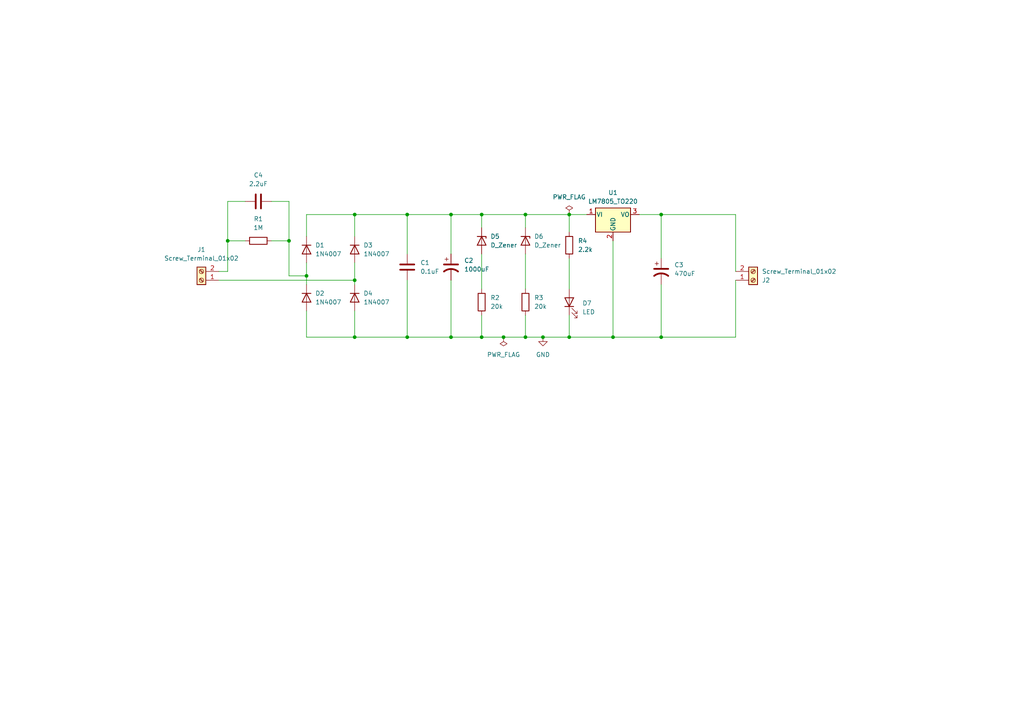
<source format=kicad_sch>
(kicad_sch
	(version 20250114)
	(generator "eeschema")
	(generator_version "9.0")
	(uuid "48ce4df6-2367-49d1-a7fc-a88964b6ff65")
	(paper "A4")
	(title_block
		(title "Transformerless power supply")
		(date "2025-09-21")
	)
	(lib_symbols
		(symbol "Connector:Screw_Terminal_01x02"
			(pin_names
				(offset 1.016)
				(hide yes)
			)
			(exclude_from_sim no)
			(in_bom yes)
			(on_board yes)
			(property "Reference" "J"
				(at 0 2.54 0)
				(effects
					(font
						(size 1.27 1.27)
					)
				)
			)
			(property "Value" "Screw_Terminal_01x02"
				(at 0 -5.08 0)
				(effects
					(font
						(size 1.27 1.27)
					)
				)
			)
			(property "Footprint" ""
				(at 0 0 0)
				(effects
					(font
						(size 1.27 1.27)
					)
					(hide yes)
				)
			)
			(property "Datasheet" "~"
				(at 0 0 0)
				(effects
					(font
						(size 1.27 1.27)
					)
					(hide yes)
				)
			)
			(property "Description" "Generic screw terminal, single row, 01x02, script generated (kicad-library-utils/schlib/autogen/connector/)"
				(at 0 0 0)
				(effects
					(font
						(size 1.27 1.27)
					)
					(hide yes)
				)
			)
			(property "ki_keywords" "screw terminal"
				(at 0 0 0)
				(effects
					(font
						(size 1.27 1.27)
					)
					(hide yes)
				)
			)
			(property "ki_fp_filters" "TerminalBlock*:*"
				(at 0 0 0)
				(effects
					(font
						(size 1.27 1.27)
					)
					(hide yes)
				)
			)
			(symbol "Screw_Terminal_01x02_1_1"
				(rectangle
					(start -1.27 1.27)
					(end 1.27 -3.81)
					(stroke
						(width 0.254)
						(type default)
					)
					(fill
						(type background)
					)
				)
				(polyline
					(pts
						(xy -0.5334 0.3302) (xy 0.3302 -0.508)
					)
					(stroke
						(width 0.1524)
						(type default)
					)
					(fill
						(type none)
					)
				)
				(polyline
					(pts
						(xy -0.5334 -2.2098) (xy 0.3302 -3.048)
					)
					(stroke
						(width 0.1524)
						(type default)
					)
					(fill
						(type none)
					)
				)
				(polyline
					(pts
						(xy -0.3556 0.508) (xy 0.508 -0.3302)
					)
					(stroke
						(width 0.1524)
						(type default)
					)
					(fill
						(type none)
					)
				)
				(polyline
					(pts
						(xy -0.3556 -2.032) (xy 0.508 -2.8702)
					)
					(stroke
						(width 0.1524)
						(type default)
					)
					(fill
						(type none)
					)
				)
				(circle
					(center 0 0)
					(radius 0.635)
					(stroke
						(width 0.1524)
						(type default)
					)
					(fill
						(type none)
					)
				)
				(circle
					(center 0 -2.54)
					(radius 0.635)
					(stroke
						(width 0.1524)
						(type default)
					)
					(fill
						(type none)
					)
				)
				(pin passive line
					(at -5.08 0 0)
					(length 3.81)
					(name "Pin_1"
						(effects
							(font
								(size 1.27 1.27)
							)
						)
					)
					(number "1"
						(effects
							(font
								(size 1.27 1.27)
							)
						)
					)
				)
				(pin passive line
					(at -5.08 -2.54 0)
					(length 3.81)
					(name "Pin_2"
						(effects
							(font
								(size 1.27 1.27)
							)
						)
					)
					(number "2"
						(effects
							(font
								(size 1.27 1.27)
							)
						)
					)
				)
			)
			(embedded_fonts no)
		)
		(symbol "Device:C"
			(pin_numbers
				(hide yes)
			)
			(pin_names
				(offset 0.254)
			)
			(exclude_from_sim no)
			(in_bom yes)
			(on_board yes)
			(property "Reference" "C"
				(at 0.635 2.54 0)
				(effects
					(font
						(size 1.27 1.27)
					)
					(justify left)
				)
			)
			(property "Value" "C"
				(at 0.635 -2.54 0)
				(effects
					(font
						(size 1.27 1.27)
					)
					(justify left)
				)
			)
			(property "Footprint" ""
				(at 0.9652 -3.81 0)
				(effects
					(font
						(size 1.27 1.27)
					)
					(hide yes)
				)
			)
			(property "Datasheet" "~"
				(at 0 0 0)
				(effects
					(font
						(size 1.27 1.27)
					)
					(hide yes)
				)
			)
			(property "Description" "Unpolarized capacitor"
				(at 0 0 0)
				(effects
					(font
						(size 1.27 1.27)
					)
					(hide yes)
				)
			)
			(property "ki_keywords" "cap capacitor"
				(at 0 0 0)
				(effects
					(font
						(size 1.27 1.27)
					)
					(hide yes)
				)
			)
			(property "ki_fp_filters" "C_*"
				(at 0 0 0)
				(effects
					(font
						(size 1.27 1.27)
					)
					(hide yes)
				)
			)
			(symbol "C_0_1"
				(polyline
					(pts
						(xy -2.032 0.762) (xy 2.032 0.762)
					)
					(stroke
						(width 0.508)
						(type default)
					)
					(fill
						(type none)
					)
				)
				(polyline
					(pts
						(xy -2.032 -0.762) (xy 2.032 -0.762)
					)
					(stroke
						(width 0.508)
						(type default)
					)
					(fill
						(type none)
					)
				)
			)
			(symbol "C_1_1"
				(pin passive line
					(at 0 3.81 270)
					(length 2.794)
					(name "~"
						(effects
							(font
								(size 1.27 1.27)
							)
						)
					)
					(number "1"
						(effects
							(font
								(size 1.27 1.27)
							)
						)
					)
				)
				(pin passive line
					(at 0 -3.81 90)
					(length 2.794)
					(name "~"
						(effects
							(font
								(size 1.27 1.27)
							)
						)
					)
					(number "2"
						(effects
							(font
								(size 1.27 1.27)
							)
						)
					)
				)
			)
			(embedded_fonts no)
		)
		(symbol "Device:C_Polarized_US"
			(pin_numbers
				(hide yes)
			)
			(pin_names
				(offset 0.254)
				(hide yes)
			)
			(exclude_from_sim no)
			(in_bom yes)
			(on_board yes)
			(property "Reference" "C"
				(at 0.635 2.54 0)
				(effects
					(font
						(size 1.27 1.27)
					)
					(justify left)
				)
			)
			(property "Value" "C_Polarized_US"
				(at 0.635 -2.54 0)
				(effects
					(font
						(size 1.27 1.27)
					)
					(justify left)
				)
			)
			(property "Footprint" ""
				(at 0 0 0)
				(effects
					(font
						(size 1.27 1.27)
					)
					(hide yes)
				)
			)
			(property "Datasheet" "~"
				(at 0 0 0)
				(effects
					(font
						(size 1.27 1.27)
					)
					(hide yes)
				)
			)
			(property "Description" "Polarized capacitor, US symbol"
				(at 0 0 0)
				(effects
					(font
						(size 1.27 1.27)
					)
					(hide yes)
				)
			)
			(property "ki_keywords" "cap capacitor"
				(at 0 0 0)
				(effects
					(font
						(size 1.27 1.27)
					)
					(hide yes)
				)
			)
			(property "ki_fp_filters" "CP_*"
				(at 0 0 0)
				(effects
					(font
						(size 1.27 1.27)
					)
					(hide yes)
				)
			)
			(symbol "C_Polarized_US_0_1"
				(polyline
					(pts
						(xy -2.032 0.762) (xy 2.032 0.762)
					)
					(stroke
						(width 0.508)
						(type default)
					)
					(fill
						(type none)
					)
				)
				(polyline
					(pts
						(xy -1.778 2.286) (xy -0.762 2.286)
					)
					(stroke
						(width 0)
						(type default)
					)
					(fill
						(type none)
					)
				)
				(polyline
					(pts
						(xy -1.27 1.778) (xy -1.27 2.794)
					)
					(stroke
						(width 0)
						(type default)
					)
					(fill
						(type none)
					)
				)
				(arc
					(start -2.032 -1.27)
					(mid 0 -0.5572)
					(end 2.032 -1.27)
					(stroke
						(width 0.508)
						(type default)
					)
					(fill
						(type none)
					)
				)
			)
			(symbol "C_Polarized_US_1_1"
				(pin passive line
					(at 0 3.81 270)
					(length 2.794)
					(name "~"
						(effects
							(font
								(size 1.27 1.27)
							)
						)
					)
					(number "1"
						(effects
							(font
								(size 1.27 1.27)
							)
						)
					)
				)
				(pin passive line
					(at 0 -3.81 90)
					(length 3.302)
					(name "~"
						(effects
							(font
								(size 1.27 1.27)
							)
						)
					)
					(number "2"
						(effects
							(font
								(size 1.27 1.27)
							)
						)
					)
				)
			)
			(embedded_fonts no)
		)
		(symbol "Device:D_Zener"
			(pin_numbers
				(hide yes)
			)
			(pin_names
				(offset 1.016)
				(hide yes)
			)
			(exclude_from_sim no)
			(in_bom yes)
			(on_board yes)
			(property "Reference" "D"
				(at 0 2.54 0)
				(effects
					(font
						(size 1.27 1.27)
					)
				)
			)
			(property "Value" "D_Zener"
				(at 0 -2.54 0)
				(effects
					(font
						(size 1.27 1.27)
					)
				)
			)
			(property "Footprint" ""
				(at 0 0 0)
				(effects
					(font
						(size 1.27 1.27)
					)
					(hide yes)
				)
			)
			(property "Datasheet" "~"
				(at 0 0 0)
				(effects
					(font
						(size 1.27 1.27)
					)
					(hide yes)
				)
			)
			(property "Description" "Zener diode"
				(at 0 0 0)
				(effects
					(font
						(size 1.27 1.27)
					)
					(hide yes)
				)
			)
			(property "ki_keywords" "diode"
				(at 0 0 0)
				(effects
					(font
						(size 1.27 1.27)
					)
					(hide yes)
				)
			)
			(property "ki_fp_filters" "TO-???* *_Diode_* *SingleDiode* D_*"
				(at 0 0 0)
				(effects
					(font
						(size 1.27 1.27)
					)
					(hide yes)
				)
			)
			(symbol "D_Zener_0_1"
				(polyline
					(pts
						(xy -1.27 -1.27) (xy -1.27 1.27) (xy -0.762 1.27)
					)
					(stroke
						(width 0.254)
						(type default)
					)
					(fill
						(type none)
					)
				)
				(polyline
					(pts
						(xy 1.27 0) (xy -1.27 0)
					)
					(stroke
						(width 0)
						(type default)
					)
					(fill
						(type none)
					)
				)
				(polyline
					(pts
						(xy 1.27 -1.27) (xy 1.27 1.27) (xy -1.27 0) (xy 1.27 -1.27)
					)
					(stroke
						(width 0.254)
						(type default)
					)
					(fill
						(type none)
					)
				)
			)
			(symbol "D_Zener_1_1"
				(pin passive line
					(at -3.81 0 0)
					(length 2.54)
					(name "K"
						(effects
							(font
								(size 1.27 1.27)
							)
						)
					)
					(number "1"
						(effects
							(font
								(size 1.27 1.27)
							)
						)
					)
				)
				(pin passive line
					(at 3.81 0 180)
					(length 2.54)
					(name "A"
						(effects
							(font
								(size 1.27 1.27)
							)
						)
					)
					(number "2"
						(effects
							(font
								(size 1.27 1.27)
							)
						)
					)
				)
			)
			(embedded_fonts no)
		)
		(symbol "Device:LED"
			(pin_numbers
				(hide yes)
			)
			(pin_names
				(offset 1.016)
				(hide yes)
			)
			(exclude_from_sim no)
			(in_bom yes)
			(on_board yes)
			(property "Reference" "D"
				(at 0 2.54 0)
				(effects
					(font
						(size 1.27 1.27)
					)
				)
			)
			(property "Value" "LED"
				(at 0 -2.54 0)
				(effects
					(font
						(size 1.27 1.27)
					)
				)
			)
			(property "Footprint" ""
				(at 0 0 0)
				(effects
					(font
						(size 1.27 1.27)
					)
					(hide yes)
				)
			)
			(property "Datasheet" "~"
				(at 0 0 0)
				(effects
					(font
						(size 1.27 1.27)
					)
					(hide yes)
				)
			)
			(property "Description" "Light emitting diode"
				(at 0 0 0)
				(effects
					(font
						(size 1.27 1.27)
					)
					(hide yes)
				)
			)
			(property "Sim.Pins" "1=K 2=A"
				(at 0 0 0)
				(effects
					(font
						(size 1.27 1.27)
					)
					(hide yes)
				)
			)
			(property "ki_keywords" "LED diode"
				(at 0 0 0)
				(effects
					(font
						(size 1.27 1.27)
					)
					(hide yes)
				)
			)
			(property "ki_fp_filters" "LED* LED_SMD:* LED_THT:*"
				(at 0 0 0)
				(effects
					(font
						(size 1.27 1.27)
					)
					(hide yes)
				)
			)
			(symbol "LED_0_1"
				(polyline
					(pts
						(xy -3.048 -0.762) (xy -4.572 -2.286) (xy -3.81 -2.286) (xy -4.572 -2.286) (xy -4.572 -1.524)
					)
					(stroke
						(width 0)
						(type default)
					)
					(fill
						(type none)
					)
				)
				(polyline
					(pts
						(xy -1.778 -0.762) (xy -3.302 -2.286) (xy -2.54 -2.286) (xy -3.302 -2.286) (xy -3.302 -1.524)
					)
					(stroke
						(width 0)
						(type default)
					)
					(fill
						(type none)
					)
				)
				(polyline
					(pts
						(xy -1.27 0) (xy 1.27 0)
					)
					(stroke
						(width 0)
						(type default)
					)
					(fill
						(type none)
					)
				)
				(polyline
					(pts
						(xy -1.27 -1.27) (xy -1.27 1.27)
					)
					(stroke
						(width 0.254)
						(type default)
					)
					(fill
						(type none)
					)
				)
				(polyline
					(pts
						(xy 1.27 -1.27) (xy 1.27 1.27) (xy -1.27 0) (xy 1.27 -1.27)
					)
					(stroke
						(width 0.254)
						(type default)
					)
					(fill
						(type none)
					)
				)
			)
			(symbol "LED_1_1"
				(pin passive line
					(at -3.81 0 0)
					(length 2.54)
					(name "K"
						(effects
							(font
								(size 1.27 1.27)
							)
						)
					)
					(number "1"
						(effects
							(font
								(size 1.27 1.27)
							)
						)
					)
				)
				(pin passive line
					(at 3.81 0 180)
					(length 2.54)
					(name "A"
						(effects
							(font
								(size 1.27 1.27)
							)
						)
					)
					(number "2"
						(effects
							(font
								(size 1.27 1.27)
							)
						)
					)
				)
			)
			(embedded_fonts no)
		)
		(symbol "Device:R"
			(pin_numbers
				(hide yes)
			)
			(pin_names
				(offset 0)
			)
			(exclude_from_sim no)
			(in_bom yes)
			(on_board yes)
			(property "Reference" "R"
				(at 2.032 0 90)
				(effects
					(font
						(size 1.27 1.27)
					)
				)
			)
			(property "Value" "R"
				(at 0 0 90)
				(effects
					(font
						(size 1.27 1.27)
					)
				)
			)
			(property "Footprint" ""
				(at -1.778 0 90)
				(effects
					(font
						(size 1.27 1.27)
					)
					(hide yes)
				)
			)
			(property "Datasheet" "~"
				(at 0 0 0)
				(effects
					(font
						(size 1.27 1.27)
					)
					(hide yes)
				)
			)
			(property "Description" "Resistor"
				(at 0 0 0)
				(effects
					(font
						(size 1.27 1.27)
					)
					(hide yes)
				)
			)
			(property "ki_keywords" "R res resistor"
				(at 0 0 0)
				(effects
					(font
						(size 1.27 1.27)
					)
					(hide yes)
				)
			)
			(property "ki_fp_filters" "R_*"
				(at 0 0 0)
				(effects
					(font
						(size 1.27 1.27)
					)
					(hide yes)
				)
			)
			(symbol "R_0_1"
				(rectangle
					(start -1.016 -2.54)
					(end 1.016 2.54)
					(stroke
						(width 0.254)
						(type default)
					)
					(fill
						(type none)
					)
				)
			)
			(symbol "R_1_1"
				(pin passive line
					(at 0 3.81 270)
					(length 1.27)
					(name "~"
						(effects
							(font
								(size 1.27 1.27)
							)
						)
					)
					(number "1"
						(effects
							(font
								(size 1.27 1.27)
							)
						)
					)
				)
				(pin passive line
					(at 0 -3.81 90)
					(length 1.27)
					(name "~"
						(effects
							(font
								(size 1.27 1.27)
							)
						)
					)
					(number "2"
						(effects
							(font
								(size 1.27 1.27)
							)
						)
					)
				)
			)
			(embedded_fonts no)
		)
		(symbol "Diode:1N4007"
			(pin_numbers
				(hide yes)
			)
			(pin_names
				(hide yes)
			)
			(exclude_from_sim no)
			(in_bom yes)
			(on_board yes)
			(property "Reference" "D"
				(at 0 2.54 0)
				(effects
					(font
						(size 1.27 1.27)
					)
				)
			)
			(property "Value" "1N4007"
				(at 0 -2.54 0)
				(effects
					(font
						(size 1.27 1.27)
					)
				)
			)
			(property "Footprint" "Diode_THT:D_DO-41_SOD81_P10.16mm_Horizontal"
				(at 0 -4.445 0)
				(effects
					(font
						(size 1.27 1.27)
					)
					(hide yes)
				)
			)
			(property "Datasheet" "http://www.vishay.com/docs/88503/1n4001.pdf"
				(at 0 0 0)
				(effects
					(font
						(size 1.27 1.27)
					)
					(hide yes)
				)
			)
			(property "Description" "1000V 1A General Purpose Rectifier Diode, DO-41"
				(at 0 0 0)
				(effects
					(font
						(size 1.27 1.27)
					)
					(hide yes)
				)
			)
			(property "Sim.Device" "D"
				(at 0 0 0)
				(effects
					(font
						(size 1.27 1.27)
					)
					(hide yes)
				)
			)
			(property "Sim.Pins" "1=K 2=A"
				(at 0 0 0)
				(effects
					(font
						(size 1.27 1.27)
					)
					(hide yes)
				)
			)
			(property "ki_keywords" "diode"
				(at 0 0 0)
				(effects
					(font
						(size 1.27 1.27)
					)
					(hide yes)
				)
			)
			(property "ki_fp_filters" "D*DO?41*"
				(at 0 0 0)
				(effects
					(font
						(size 1.27 1.27)
					)
					(hide yes)
				)
			)
			(symbol "1N4007_0_1"
				(polyline
					(pts
						(xy -1.27 1.27) (xy -1.27 -1.27)
					)
					(stroke
						(width 0.254)
						(type default)
					)
					(fill
						(type none)
					)
				)
				(polyline
					(pts
						(xy 1.27 1.27) (xy 1.27 -1.27) (xy -1.27 0) (xy 1.27 1.27)
					)
					(stroke
						(width 0.254)
						(type default)
					)
					(fill
						(type none)
					)
				)
				(polyline
					(pts
						(xy 1.27 0) (xy -1.27 0)
					)
					(stroke
						(width 0)
						(type default)
					)
					(fill
						(type none)
					)
				)
			)
			(symbol "1N4007_1_1"
				(pin passive line
					(at -3.81 0 0)
					(length 2.54)
					(name "K"
						(effects
							(font
								(size 1.27 1.27)
							)
						)
					)
					(number "1"
						(effects
							(font
								(size 1.27 1.27)
							)
						)
					)
				)
				(pin passive line
					(at 3.81 0 180)
					(length 2.54)
					(name "A"
						(effects
							(font
								(size 1.27 1.27)
							)
						)
					)
					(number "2"
						(effects
							(font
								(size 1.27 1.27)
							)
						)
					)
				)
			)
			(embedded_fonts no)
		)
		(symbol "Regulator_Linear:LM7805_TO220"
			(pin_names
				(offset 0.254)
			)
			(exclude_from_sim no)
			(in_bom yes)
			(on_board yes)
			(property "Reference" "U"
				(at -3.81 3.175 0)
				(effects
					(font
						(size 1.27 1.27)
					)
				)
			)
			(property "Value" "LM7805_TO220"
				(at 0 3.175 0)
				(effects
					(font
						(size 1.27 1.27)
					)
					(justify left)
				)
			)
			(property "Footprint" "Package_TO_SOT_THT:TO-220-3_Vertical"
				(at 0 5.715 0)
				(effects
					(font
						(size 1.27 1.27)
						(italic yes)
					)
					(hide yes)
				)
			)
			(property "Datasheet" "https://www.onsemi.cn/PowerSolutions/document/MC7800-D.PDF"
				(at 0 -1.27 0)
				(effects
					(font
						(size 1.27 1.27)
					)
					(hide yes)
				)
			)
			(property "Description" "Positive 1A 35V Linear Regulator, Fixed Output 5V, TO-220"
				(at 0 0 0)
				(effects
					(font
						(size 1.27 1.27)
					)
					(hide yes)
				)
			)
			(property "ki_keywords" "Voltage Regulator 1A Positive"
				(at 0 0 0)
				(effects
					(font
						(size 1.27 1.27)
					)
					(hide yes)
				)
			)
			(property "ki_fp_filters" "TO?220*"
				(at 0 0 0)
				(effects
					(font
						(size 1.27 1.27)
					)
					(hide yes)
				)
			)
			(symbol "LM7805_TO220_0_1"
				(rectangle
					(start -5.08 1.905)
					(end 5.08 -5.08)
					(stroke
						(width 0.254)
						(type default)
					)
					(fill
						(type background)
					)
				)
			)
			(symbol "LM7805_TO220_1_1"
				(pin power_in line
					(at -7.62 0 0)
					(length 2.54)
					(name "VI"
						(effects
							(font
								(size 1.27 1.27)
							)
						)
					)
					(number "1"
						(effects
							(font
								(size 1.27 1.27)
							)
						)
					)
				)
				(pin power_in line
					(at 0 -7.62 90)
					(length 2.54)
					(name "GND"
						(effects
							(font
								(size 1.27 1.27)
							)
						)
					)
					(number "2"
						(effects
							(font
								(size 1.27 1.27)
							)
						)
					)
				)
				(pin power_out line
					(at 7.62 0 180)
					(length 2.54)
					(name "VO"
						(effects
							(font
								(size 1.27 1.27)
							)
						)
					)
					(number "3"
						(effects
							(font
								(size 1.27 1.27)
							)
						)
					)
				)
			)
			(embedded_fonts no)
		)
		(symbol "power:GND"
			(power)
			(pin_numbers
				(hide yes)
			)
			(pin_names
				(offset 0)
				(hide yes)
			)
			(exclude_from_sim no)
			(in_bom yes)
			(on_board yes)
			(property "Reference" "#PWR"
				(at 0 -6.35 0)
				(effects
					(font
						(size 1.27 1.27)
					)
					(hide yes)
				)
			)
			(property "Value" "GND"
				(at 0 -3.81 0)
				(effects
					(font
						(size 1.27 1.27)
					)
				)
			)
			(property "Footprint" ""
				(at 0 0 0)
				(effects
					(font
						(size 1.27 1.27)
					)
					(hide yes)
				)
			)
			(property "Datasheet" ""
				(at 0 0 0)
				(effects
					(font
						(size 1.27 1.27)
					)
					(hide yes)
				)
			)
			(property "Description" "Power symbol creates a global label with name \"GND\" , ground"
				(at 0 0 0)
				(effects
					(font
						(size 1.27 1.27)
					)
					(hide yes)
				)
			)
			(property "ki_keywords" "global power"
				(at 0 0 0)
				(effects
					(font
						(size 1.27 1.27)
					)
					(hide yes)
				)
			)
			(symbol "GND_0_1"
				(polyline
					(pts
						(xy 0 0) (xy 0 -1.27) (xy 1.27 -1.27) (xy 0 -2.54) (xy -1.27 -1.27) (xy 0 -1.27)
					)
					(stroke
						(width 0)
						(type default)
					)
					(fill
						(type none)
					)
				)
			)
			(symbol "GND_1_1"
				(pin power_in line
					(at 0 0 270)
					(length 0)
					(name "~"
						(effects
							(font
								(size 1.27 1.27)
							)
						)
					)
					(number "1"
						(effects
							(font
								(size 1.27 1.27)
							)
						)
					)
				)
			)
			(embedded_fonts no)
		)
		(symbol "power:PWR_FLAG"
			(power)
			(pin_numbers
				(hide yes)
			)
			(pin_names
				(offset 0)
				(hide yes)
			)
			(exclude_from_sim no)
			(in_bom yes)
			(on_board yes)
			(property "Reference" "#FLG"
				(at 0 1.905 0)
				(effects
					(font
						(size 1.27 1.27)
					)
					(hide yes)
				)
			)
			(property "Value" "PWR_FLAG"
				(at 0 3.81 0)
				(effects
					(font
						(size 1.27 1.27)
					)
				)
			)
			(property "Footprint" ""
				(at 0 0 0)
				(effects
					(font
						(size 1.27 1.27)
					)
					(hide yes)
				)
			)
			(property "Datasheet" "~"
				(at 0 0 0)
				(effects
					(font
						(size 1.27 1.27)
					)
					(hide yes)
				)
			)
			(property "Description" "Special symbol for telling ERC where power comes from"
				(at 0 0 0)
				(effects
					(font
						(size 1.27 1.27)
					)
					(hide yes)
				)
			)
			(property "ki_keywords" "flag power"
				(at 0 0 0)
				(effects
					(font
						(size 1.27 1.27)
					)
					(hide yes)
				)
			)
			(symbol "PWR_FLAG_0_0"
				(pin power_out line
					(at 0 0 90)
					(length 0)
					(name "~"
						(effects
							(font
								(size 1.27 1.27)
							)
						)
					)
					(number "1"
						(effects
							(font
								(size 1.27 1.27)
							)
						)
					)
				)
			)
			(symbol "PWR_FLAG_0_1"
				(polyline
					(pts
						(xy 0 0) (xy 0 1.27) (xy -1.016 1.905) (xy 0 2.54) (xy 1.016 1.905) (xy 0 1.27)
					)
					(stroke
						(width 0)
						(type default)
					)
					(fill
						(type none)
					)
				)
			)
			(embedded_fonts no)
		)
	)
	(junction
		(at 177.8 97.79)
		(diameter 0)
		(color 0 0 0 0)
		(uuid "03b9c88a-125b-494a-b5c2-7407ce629f17")
	)
	(junction
		(at 118.11 62.23)
		(diameter 0)
		(color 0 0 0 0)
		(uuid "0f7ae86b-932a-43ed-b8bd-1e5fc90ee640")
	)
	(junction
		(at 191.77 97.79)
		(diameter 0)
		(color 0 0 0 0)
		(uuid "1c30868a-ad44-4786-9732-851d0def5424")
	)
	(junction
		(at 118.11 97.79)
		(diameter 0)
		(color 0 0 0 0)
		(uuid "1df78a32-32eb-40b9-9985-3d5c8c239a1c")
	)
	(junction
		(at 102.87 97.79)
		(diameter 0)
		(color 0 0 0 0)
		(uuid "3204b5ef-7b1c-4500-8ce1-1c3de6bb2b8a")
	)
	(junction
		(at 83.82 69.85)
		(diameter 0)
		(color 0 0 0 0)
		(uuid "48b35d21-89a2-469d-9bb5-ca3f4552f6fe")
	)
	(junction
		(at 165.1 62.23)
		(diameter 0)
		(color 0 0 0 0)
		(uuid "4c2100d9-2360-4b59-b853-6a1beaf21ce3")
	)
	(junction
		(at 152.4 97.79)
		(diameter 0)
		(color 0 0 0 0)
		(uuid "60e56e67-587f-4819-b690-42c7fb169030")
	)
	(junction
		(at 130.81 97.79)
		(diameter 0)
		(color 0 0 0 0)
		(uuid "7abc0959-2c28-45c5-81d7-1790668c2ef3")
	)
	(junction
		(at 157.48 97.79)
		(diameter 0)
		(color 0 0 0 0)
		(uuid "85ce4fce-3292-4522-a555-8404b0715a43")
	)
	(junction
		(at 165.1 97.79)
		(diameter 0)
		(color 0 0 0 0)
		(uuid "ad946d2d-e06c-43d2-bb6d-6bf6d632559d")
	)
	(junction
		(at 130.81 62.23)
		(diameter 0)
		(color 0 0 0 0)
		(uuid "bcc98a52-47f6-43e9-b3cc-d76849558da4")
	)
	(junction
		(at 146.05 97.79)
		(diameter 0)
		(color 0 0 0 0)
		(uuid "be2826bc-df9a-4b48-83a2-cd86a89ba397")
	)
	(junction
		(at 139.7 97.79)
		(diameter 0)
		(color 0 0 0 0)
		(uuid "c0e54ec1-d878-444b-8747-6b4a349ad307")
	)
	(junction
		(at 191.77 62.23)
		(diameter 0)
		(color 0 0 0 0)
		(uuid "d2b3412f-2093-4e5e-a770-46301590fa07")
	)
	(junction
		(at 152.4 62.23)
		(diameter 0)
		(color 0 0 0 0)
		(uuid "d8fda956-4959-4068-97aa-4df5196467a1")
	)
	(junction
		(at 66.04 69.85)
		(diameter 0)
		(color 0 0 0 0)
		(uuid "e36d9758-c9b9-41e7-bb19-c33ae98d7ff0")
	)
	(junction
		(at 139.7 62.23)
		(diameter 0)
		(color 0 0 0 0)
		(uuid "ec8185b2-5372-423c-ab9a-0cc39f0576a1")
	)
	(junction
		(at 102.87 62.23)
		(diameter 0)
		(color 0 0 0 0)
		(uuid "ecbfbc55-e8a8-43d1-aa3c-43c77c6fb1c6")
	)
	(junction
		(at 88.9 80.01)
		(diameter 0)
		(color 0 0 0 0)
		(uuid "f98199a0-8bd5-4577-bdd7-c6bd3c3d83e7")
	)
	(junction
		(at 102.87 81.28)
		(diameter 0)
		(color 0 0 0 0)
		(uuid "fa4eef84-3995-49ab-82f1-32c582a48946")
	)
	(wire
		(pts
			(xy 165.1 91.44) (xy 165.1 97.79)
		)
		(stroke
			(width 0)
			(type default)
		)
		(uuid "00cc9288-fcac-4906-a638-7eee7a110983")
	)
	(wire
		(pts
			(xy 102.87 62.23) (xy 102.87 68.58)
		)
		(stroke
			(width 0)
			(type default)
		)
		(uuid "068a5137-2c6b-4f17-897c-4e9d28d18d7f")
	)
	(wire
		(pts
			(xy 118.11 73.66) (xy 118.11 62.23)
		)
		(stroke
			(width 0)
			(type default)
		)
		(uuid "077d228e-2e8d-4ae2-9d34-f14a9a908668")
	)
	(wire
		(pts
			(xy 146.05 97.79) (xy 139.7 97.79)
		)
		(stroke
			(width 0)
			(type default)
		)
		(uuid "07eca547-a93f-4a27-ab2d-508ff02a8d3f")
	)
	(wire
		(pts
			(xy 139.7 73.66) (xy 139.7 83.82)
		)
		(stroke
			(width 0)
			(type default)
		)
		(uuid "0fdbf5c5-2569-4caf-b184-0235efefebb8")
	)
	(wire
		(pts
			(xy 88.9 76.2) (xy 88.9 80.01)
		)
		(stroke
			(width 0)
			(type default)
		)
		(uuid "1f1b1e4d-06fe-435e-a03a-1a010b09bbb3")
	)
	(wire
		(pts
			(xy 165.1 74.93) (xy 165.1 83.82)
		)
		(stroke
			(width 0)
			(type default)
		)
		(uuid "2021fd75-7905-4812-907c-86f8284c6f9f")
	)
	(wire
		(pts
			(xy 152.4 66.04) (xy 152.4 62.23)
		)
		(stroke
			(width 0)
			(type default)
		)
		(uuid "24a9f8d8-e35a-42d2-a921-17c8cc8ba17a")
	)
	(wire
		(pts
			(xy 139.7 62.23) (xy 139.7 66.04)
		)
		(stroke
			(width 0)
			(type default)
		)
		(uuid "2dd5e8f0-6781-46e2-867d-fbaca1904a35")
	)
	(wire
		(pts
			(xy 118.11 97.79) (xy 102.87 97.79)
		)
		(stroke
			(width 0)
			(type default)
		)
		(uuid "33cbe2b2-a3bf-4085-a528-6f68debf770a")
	)
	(wire
		(pts
			(xy 66.04 78.74) (xy 66.04 69.85)
		)
		(stroke
			(width 0)
			(type default)
		)
		(uuid "361af052-1329-4fa8-9caf-789130aa7c30")
	)
	(wire
		(pts
			(xy 118.11 97.79) (xy 130.81 97.79)
		)
		(stroke
			(width 0)
			(type default)
		)
		(uuid "3a466d42-c2f0-4349-9e36-54542b29643b")
	)
	(wire
		(pts
			(xy 102.87 90.17) (xy 102.87 97.79)
		)
		(stroke
			(width 0)
			(type default)
		)
		(uuid "3b24a9ea-a9b8-4f89-bc80-acbfe3bd0125")
	)
	(wire
		(pts
			(xy 88.9 68.58) (xy 88.9 62.23)
		)
		(stroke
			(width 0)
			(type default)
		)
		(uuid "3f60aeb9-5fc1-44d7-a5b9-316b34a9ff5c")
	)
	(wire
		(pts
			(xy 191.77 74.93) (xy 191.77 62.23)
		)
		(stroke
			(width 0)
			(type default)
		)
		(uuid "424374aa-239a-42fc-8045-c554bd864cdb")
	)
	(wire
		(pts
			(xy 102.87 76.2) (xy 102.87 81.28)
		)
		(stroke
			(width 0)
			(type default)
		)
		(uuid "43df2949-b1d5-4081-974d-cc61ec3c904f")
	)
	(wire
		(pts
			(xy 118.11 62.23) (xy 130.81 62.23)
		)
		(stroke
			(width 0)
			(type default)
		)
		(uuid "4555127f-227c-40da-956b-92c4a8d8ad72")
	)
	(wire
		(pts
			(xy 83.82 69.85) (xy 83.82 58.42)
		)
		(stroke
			(width 0)
			(type default)
		)
		(uuid "489f81eb-28b5-4c61-ac72-e459867b1c1c")
	)
	(wire
		(pts
			(xy 191.77 82.55) (xy 191.77 97.79)
		)
		(stroke
			(width 0)
			(type default)
		)
		(uuid "4b94ef43-2a2e-47d0-bbc0-83c985c7ad9c")
	)
	(wire
		(pts
			(xy 157.48 97.79) (xy 165.1 97.79)
		)
		(stroke
			(width 0)
			(type default)
		)
		(uuid "50a1910d-cf3c-42c6-a59c-f1d079b205b5")
	)
	(wire
		(pts
			(xy 139.7 97.79) (xy 130.81 97.79)
		)
		(stroke
			(width 0)
			(type default)
		)
		(uuid "53d5030b-2de0-49f9-80e8-a4ca3e795ce1")
	)
	(wire
		(pts
			(xy 88.9 97.79) (xy 88.9 90.17)
		)
		(stroke
			(width 0)
			(type default)
		)
		(uuid "54ee9461-4d23-4176-ae60-b165d8994623")
	)
	(wire
		(pts
			(xy 88.9 62.23) (xy 102.87 62.23)
		)
		(stroke
			(width 0)
			(type default)
		)
		(uuid "592fff0b-cfc9-4ddc-8f77-6ffa2df398a3")
	)
	(wire
		(pts
			(xy 213.36 97.79) (xy 191.77 97.79)
		)
		(stroke
			(width 0)
			(type default)
		)
		(uuid "5c0caa38-6073-4124-8e53-b530d96246e5")
	)
	(wire
		(pts
			(xy 130.81 73.66) (xy 130.81 62.23)
		)
		(stroke
			(width 0)
			(type default)
		)
		(uuid "62a3073b-e944-4ad1-8d86-1cf768e83ea0")
	)
	(wire
		(pts
			(xy 152.4 91.44) (xy 152.4 97.79)
		)
		(stroke
			(width 0)
			(type default)
		)
		(uuid "633c6400-7d5d-4ebb-8a65-074ede25c235")
	)
	(wire
		(pts
			(xy 165.1 97.79) (xy 177.8 97.79)
		)
		(stroke
			(width 0)
			(type default)
		)
		(uuid "65ee491c-b47a-4f61-b782-222707f04789")
	)
	(wire
		(pts
			(xy 213.36 81.28) (xy 213.36 97.79)
		)
		(stroke
			(width 0)
			(type default)
		)
		(uuid "67aeb64f-2766-4737-bc0e-0ef7dc4220d4")
	)
	(wire
		(pts
			(xy 102.87 62.23) (xy 118.11 62.23)
		)
		(stroke
			(width 0)
			(type default)
		)
		(uuid "6c701bd2-c84b-453e-8ca0-ee6580f3a67c")
	)
	(wire
		(pts
			(xy 66.04 69.85) (xy 71.12 69.85)
		)
		(stroke
			(width 0)
			(type default)
		)
		(uuid "7f42195b-e3e3-4611-8a87-f423c4bdd255")
	)
	(wire
		(pts
			(xy 78.74 69.85) (xy 83.82 69.85)
		)
		(stroke
			(width 0)
			(type default)
		)
		(uuid "83e30823-5694-42f1-9518-2a2152eef76e")
	)
	(wire
		(pts
			(xy 152.4 97.79) (xy 146.05 97.79)
		)
		(stroke
			(width 0)
			(type default)
		)
		(uuid "8786b322-96f9-4600-9b9a-61810382c182")
	)
	(wire
		(pts
			(xy 177.8 97.79) (xy 191.77 97.79)
		)
		(stroke
			(width 0)
			(type default)
		)
		(uuid "87dd5815-27fa-4080-b806-2f390afd1668")
	)
	(wire
		(pts
			(xy 139.7 91.44) (xy 139.7 97.79)
		)
		(stroke
			(width 0)
			(type default)
		)
		(uuid "89e94fb2-c8a5-4df4-8f81-982c6b8eb540")
	)
	(wire
		(pts
			(xy 213.36 62.23) (xy 213.36 78.74)
		)
		(stroke
			(width 0)
			(type default)
		)
		(uuid "8f5c0fdc-edb9-4dc3-8fe3-fd5d5d1e6c69")
	)
	(wire
		(pts
			(xy 152.4 97.79) (xy 157.48 97.79)
		)
		(stroke
			(width 0)
			(type default)
		)
		(uuid "9306718b-ba6b-40c8-a17e-7404b66a17cc")
	)
	(wire
		(pts
			(xy 152.4 62.23) (xy 165.1 62.23)
		)
		(stroke
			(width 0)
			(type default)
		)
		(uuid "a9b4df63-fb8b-4ee3-8fa3-61c0cdde7903")
	)
	(wire
		(pts
			(xy 177.8 69.85) (xy 177.8 97.79)
		)
		(stroke
			(width 0)
			(type default)
		)
		(uuid "b2991d4f-1033-41ef-80a1-473320762b15")
	)
	(wire
		(pts
			(xy 191.77 62.23) (xy 213.36 62.23)
		)
		(stroke
			(width 0)
			(type default)
		)
		(uuid "b398bd34-42cc-4f43-8bc0-fb1287b159c7")
	)
	(wire
		(pts
			(xy 66.04 58.42) (xy 66.04 69.85)
		)
		(stroke
			(width 0)
			(type default)
		)
		(uuid "b479773e-e2be-4108-968e-92e95c08df4b")
	)
	(wire
		(pts
			(xy 83.82 58.42) (xy 78.74 58.42)
		)
		(stroke
			(width 0)
			(type default)
		)
		(uuid "b6f4ad8c-a45c-4161-a193-491496a6a57c")
	)
	(wire
		(pts
			(xy 130.81 81.28) (xy 130.81 97.79)
		)
		(stroke
			(width 0)
			(type default)
		)
		(uuid "b84615cf-690d-4bc6-b199-eed39084c862")
	)
	(wire
		(pts
			(xy 102.87 81.28) (xy 102.87 82.55)
		)
		(stroke
			(width 0)
			(type default)
		)
		(uuid "c53e0496-8f16-4de2-b7c9-bfce441a29f7")
	)
	(wire
		(pts
			(xy 152.4 73.66) (xy 152.4 83.82)
		)
		(stroke
			(width 0)
			(type default)
		)
		(uuid "c827b13d-5c93-472c-920e-f1fb63d7deab")
	)
	(wire
		(pts
			(xy 63.5 78.74) (xy 66.04 78.74)
		)
		(stroke
			(width 0)
			(type default)
		)
		(uuid "c9333745-fe50-4dc8-a3e8-f8e93c5fdc68")
	)
	(wire
		(pts
			(xy 165.1 62.23) (xy 165.1 67.31)
		)
		(stroke
			(width 0)
			(type default)
		)
		(uuid "c9ef20a3-81dc-40fd-af05-ff678d9aea72")
	)
	(wire
		(pts
			(xy 165.1 62.23) (xy 170.18 62.23)
		)
		(stroke
			(width 0)
			(type default)
		)
		(uuid "d059a13f-ce78-4f2d-9959-e9bf70041f4b")
	)
	(wire
		(pts
			(xy 83.82 69.85) (xy 83.82 80.01)
		)
		(stroke
			(width 0)
			(type default)
		)
		(uuid "d3ff8253-10f0-4f0d-bdf6-de56a6dad1bc")
	)
	(wire
		(pts
			(xy 185.42 62.23) (xy 191.77 62.23)
		)
		(stroke
			(width 0)
			(type default)
		)
		(uuid "d701262a-65d0-44f4-8d59-f5b2e7808ae8")
	)
	(wire
		(pts
			(xy 118.11 81.28) (xy 118.11 97.79)
		)
		(stroke
			(width 0)
			(type default)
		)
		(uuid "db8de331-fa31-4d3a-85a5-ef4f0dda6e0c")
	)
	(wire
		(pts
			(xy 152.4 62.23) (xy 139.7 62.23)
		)
		(stroke
			(width 0)
			(type default)
		)
		(uuid "dea602a8-4427-4b9b-bcf1-54e7d19a54ba")
	)
	(wire
		(pts
			(xy 88.9 80.01) (xy 88.9 82.55)
		)
		(stroke
			(width 0)
			(type default)
		)
		(uuid "e0d4631a-5a45-45df-8569-883bae5e50f0")
	)
	(wire
		(pts
			(xy 71.12 58.42) (xy 66.04 58.42)
		)
		(stroke
			(width 0)
			(type default)
		)
		(uuid "f4db41d7-379d-4405-b20b-ef1354a57a62")
	)
	(wire
		(pts
			(xy 83.82 80.01) (xy 88.9 80.01)
		)
		(stroke
			(width 0)
			(type default)
		)
		(uuid "f80a4b4c-50b3-420c-a0b8-66f2afc9c2eb")
	)
	(wire
		(pts
			(xy 139.7 62.23) (xy 130.81 62.23)
		)
		(stroke
			(width 0)
			(type default)
		)
		(uuid "f8831503-4c14-4481-9936-daeffeb7f256")
	)
	(wire
		(pts
			(xy 63.5 81.28) (xy 102.87 81.28)
		)
		(stroke
			(width 0)
			(type default)
		)
		(uuid "f944d47a-3c1c-40b2-aeac-1b16a52a6fc6")
	)
	(wire
		(pts
			(xy 102.87 97.79) (xy 88.9 97.79)
		)
		(stroke
			(width 0)
			(type default)
		)
		(uuid "fc15cc68-2135-4791-a192-0eef4f5dc526")
	)
	(symbol
		(lib_id "Device:C_Polarized_US")
		(at 191.77 78.74 0)
		(unit 1)
		(exclude_from_sim no)
		(in_bom yes)
		(on_board yes)
		(dnp no)
		(fields_autoplaced yes)
		(uuid "03b933ac-df26-476a-bbe6-dc24a45fbde5")
		(property "Reference" "C3"
			(at 195.58 76.8349 0)
			(effects
				(font
					(size 1.27 1.27)
				)
				(justify left)
			)
		)
		(property "Value" "470uF"
			(at 195.58 79.3749 0)
			(effects
				(font
					(size 1.27 1.27)
				)
				(justify left)
			)
		)
		(property "Footprint" "Capacitor_THT:CP_Radial_D10.0mm_P3.80mm"
			(at 191.77 78.74 0)
			(effects
				(font
					(size 1.27 1.27)
				)
				(hide yes)
			)
		)
		(property "Datasheet" "~"
			(at 191.77 78.74 0)
			(effects
				(font
					(size 1.27 1.27)
				)
				(hide yes)
			)
		)
		(property "Description" "Polarized capacitor, US symbol"
			(at 191.77 78.74 0)
			(effects
				(font
					(size 1.27 1.27)
				)
				(hide yes)
			)
		)
		(pin "1"
			(uuid "629d02fc-18ec-465c-b1cb-8abdb22d7a82")
		)
		(pin "2"
			(uuid "df04870d-89c7-4b6d-bfb3-948affaeafa3")
		)
		(instances
			(project ""
				(path "/48ce4df6-2367-49d1-a7fc-a88964b6ff65"
					(reference "C3")
					(unit 1)
				)
			)
		)
	)
	(symbol
		(lib_id "Connector:Screw_Terminal_01x02")
		(at 58.42 81.28 180)
		(unit 1)
		(exclude_from_sim no)
		(in_bom yes)
		(on_board yes)
		(dnp no)
		(fields_autoplaced yes)
		(uuid "0b33c3d9-cfc6-472c-afef-004faed99030")
		(property "Reference" "J1"
			(at 58.42 72.39 0)
			(effects
				(font
					(size 1.27 1.27)
				)
			)
		)
		(property "Value" "Screw_Terminal_01x02"
			(at 58.42 74.93 0)
			(effects
				(font
					(size 1.27 1.27)
				)
			)
		)
		(property "Footprint" "TerminalBlock:TerminalBlock_bornier-2_P5.08mm"
			(at 58.42 81.28 0)
			(effects
				(font
					(size 1.27 1.27)
				)
				(hide yes)
			)
		)
		(property "Datasheet" "~"
			(at 58.42 81.28 0)
			(effects
				(font
					(size 1.27 1.27)
				)
				(hide yes)
			)
		)
		(property "Description" "Generic screw terminal, single row, 01x02, script generated (kicad-library-utils/schlib/autogen/connector/)"
			(at 58.42 81.28 0)
			(effects
				(font
					(size 1.27 1.27)
				)
				(hide yes)
			)
		)
		(pin "1"
			(uuid "787a26d4-50d6-4794-b2a8-0964261aa83a")
		)
		(pin "2"
			(uuid "e3a45d95-249b-4c76-8122-082107e4514f")
		)
		(instances
			(project ""
				(path "/48ce4df6-2367-49d1-a7fc-a88964b6ff65"
					(reference "J1")
					(unit 1)
				)
			)
		)
	)
	(symbol
		(lib_id "power:PWR_FLAG")
		(at 146.05 97.79 180)
		(unit 1)
		(exclude_from_sim no)
		(in_bom yes)
		(on_board yes)
		(dnp no)
		(fields_autoplaced yes)
		(uuid "0f0aa33e-aa9c-4419-883a-5d15904c46f0")
		(property "Reference" "#FLG02"
			(at 146.05 99.695 0)
			(effects
				(font
					(size 1.27 1.27)
				)
				(hide yes)
			)
		)
		(property "Value" "PWR_FLAG"
			(at 146.05 102.87 0)
			(effects
				(font
					(size 1.27 1.27)
				)
			)
		)
		(property "Footprint" ""
			(at 146.05 97.79 0)
			(effects
				(font
					(size 1.27 1.27)
				)
				(hide yes)
			)
		)
		(property "Datasheet" "~"
			(at 146.05 97.79 0)
			(effects
				(font
					(size 1.27 1.27)
				)
				(hide yes)
			)
		)
		(property "Description" "Special symbol for telling ERC where power comes from"
			(at 146.05 97.79 0)
			(effects
				(font
					(size 1.27 1.27)
				)
				(hide yes)
			)
		)
		(pin "1"
			(uuid "c985c6aa-8429-4e62-9a6f-99b237262702")
		)
		(instances
			(project ""
				(path "/48ce4df6-2367-49d1-a7fc-a88964b6ff65"
					(reference "#FLG02")
					(unit 1)
				)
			)
		)
	)
	(symbol
		(lib_id "Device:R")
		(at 165.1 71.12 0)
		(unit 1)
		(exclude_from_sim no)
		(in_bom yes)
		(on_board yes)
		(dnp no)
		(fields_autoplaced yes)
		(uuid "1864ef6e-9847-4c98-add9-15e9ff03a4e3")
		(property "Reference" "R4"
			(at 167.64 69.8499 0)
			(effects
				(font
					(size 1.27 1.27)
				)
				(justify left)
			)
		)
		(property "Value" "2.2k"
			(at 167.64 72.3899 0)
			(effects
				(font
					(size 1.27 1.27)
				)
				(justify left)
			)
		)
		(property "Footprint" "Resistor_THT:R_Axial_DIN0207_L6.3mm_D2.5mm_P7.62mm_Horizontal"
			(at 163.322 71.12 90)
			(effects
				(font
					(size 1.27 1.27)
				)
				(hide yes)
			)
		)
		(property "Datasheet" "~"
			(at 165.1 71.12 0)
			(effects
				(font
					(size 1.27 1.27)
				)
				(hide yes)
			)
		)
		(property "Description" "Resistor"
			(at 165.1 71.12 0)
			(effects
				(font
					(size 1.27 1.27)
				)
				(hide yes)
			)
		)
		(pin "2"
			(uuid "d55051ac-b478-4958-82ae-c7ccb1e432f7")
		)
		(pin "1"
			(uuid "3d6c7a64-4702-4388-8738-515c8bea61f2")
		)
		(instances
			(project "Transformerless power supply"
				(path "/48ce4df6-2367-49d1-a7fc-a88964b6ff65"
					(reference "R4")
					(unit 1)
				)
			)
		)
	)
	(symbol
		(lib_id "power:PWR_FLAG")
		(at 165.1 62.23 0)
		(unit 1)
		(exclude_from_sim no)
		(in_bom yes)
		(on_board yes)
		(dnp no)
		(fields_autoplaced yes)
		(uuid "285cad6a-6dc3-4079-ad3d-f0e746cfc9d4")
		(property "Reference" "#FLG01"
			(at 165.1 60.325 0)
			(effects
				(font
					(size 1.27 1.27)
				)
				(hide yes)
			)
		)
		(property "Value" "PWR_FLAG"
			(at 165.1 57.15 0)
			(effects
				(font
					(size 1.27 1.27)
				)
			)
		)
		(property "Footprint" ""
			(at 165.1 62.23 0)
			(effects
				(font
					(size 1.27 1.27)
				)
				(hide yes)
			)
		)
		(property "Datasheet" "~"
			(at 165.1 62.23 0)
			(effects
				(font
					(size 1.27 1.27)
				)
				(hide yes)
			)
		)
		(property "Description" "Special symbol for telling ERC where power comes from"
			(at 165.1 62.23 0)
			(effects
				(font
					(size 1.27 1.27)
				)
				(hide yes)
			)
		)
		(pin "1"
			(uuid "dd0ddfe6-6a58-43f9-ae2f-cb32c3a2a3ae")
		)
		(instances
			(project ""
				(path "/48ce4df6-2367-49d1-a7fc-a88964b6ff65"
					(reference "#FLG01")
					(unit 1)
				)
			)
		)
	)
	(symbol
		(lib_id "Device:D_Zener")
		(at 139.7 69.85 270)
		(unit 1)
		(exclude_from_sim no)
		(in_bom yes)
		(on_board yes)
		(dnp no)
		(fields_autoplaced yes)
		(uuid "2bdeab22-48d9-4333-b8db-2449304fcf26")
		(property "Reference" "D5"
			(at 142.24 68.5799 90)
			(effects
				(font
					(size 1.27 1.27)
				)
				(justify left)
			)
		)
		(property "Value" "D_Zener"
			(at 142.24 71.1199 90)
			(effects
				(font
					(size 1.27 1.27)
				)
				(justify left)
			)
		)
		(property "Footprint" "Diode_THT:D_A-405_P7.62mm_Horizontal"
			(at 139.7 69.85 0)
			(effects
				(font
					(size 1.27 1.27)
				)
				(hide yes)
			)
		)
		(property "Datasheet" "~"
			(at 139.7 69.85 0)
			(effects
				(font
					(size 1.27 1.27)
				)
				(hide yes)
			)
		)
		(property "Description" "Zener diode"
			(at 139.7 69.85 0)
			(effects
				(font
					(size 1.27 1.27)
				)
				(hide yes)
			)
		)
		(pin "1"
			(uuid "ecac1a51-9d12-45f3-bdb3-cf27c35245e3")
		)
		(pin "2"
			(uuid "6fe38a62-ce8a-4cab-9a6b-fcf293765f16")
		)
		(instances
			(project ""
				(path "/48ce4df6-2367-49d1-a7fc-a88964b6ff65"
					(reference "D5")
					(unit 1)
				)
			)
		)
	)
	(symbol
		(lib_id "Diode:1N4007")
		(at 88.9 86.36 270)
		(unit 1)
		(exclude_from_sim no)
		(in_bom yes)
		(on_board yes)
		(dnp no)
		(fields_autoplaced yes)
		(uuid "2caa1503-7613-4f91-96c2-976537e80b71")
		(property "Reference" "D2"
			(at 91.44 85.0899 90)
			(effects
				(font
					(size 1.27 1.27)
				)
				(justify left)
			)
		)
		(property "Value" "1N4007"
			(at 91.44 87.6299 90)
			(effects
				(font
					(size 1.27 1.27)
				)
				(justify left)
			)
		)
		(property "Footprint" "Diode_THT:D_DO-41_SOD81_P10.16mm_Horizontal"
			(at 84.455 86.36 0)
			(effects
				(font
					(size 1.27 1.27)
				)
				(hide yes)
			)
		)
		(property "Datasheet" "http://www.vishay.com/docs/88503/1n4001.pdf"
			(at 88.9 86.36 0)
			(effects
				(font
					(size 1.27 1.27)
				)
				(hide yes)
			)
		)
		(property "Description" "1000V 1A General Purpose Rectifier Diode, DO-41"
			(at 88.9 86.36 0)
			(effects
				(font
					(size 1.27 1.27)
				)
				(hide yes)
			)
		)
		(property "Sim.Device" "D"
			(at 88.9 86.36 0)
			(effects
				(font
					(size 1.27 1.27)
				)
				(hide yes)
			)
		)
		(property "Sim.Pins" "1=K 2=A"
			(at 88.9 86.36 0)
			(effects
				(font
					(size 1.27 1.27)
				)
				(hide yes)
			)
		)
		(pin "2"
			(uuid "d83eeddf-600e-4a02-8b99-5cf317a98cc4")
		)
		(pin "1"
			(uuid "f97d86d4-722f-470a-9487-2d393ad6da41")
		)
		(instances
			(project "Transformerless power supply"
				(path "/48ce4df6-2367-49d1-a7fc-a88964b6ff65"
					(reference "D2")
					(unit 1)
				)
			)
		)
	)
	(symbol
		(lib_id "Diode:1N4007")
		(at 102.87 86.36 270)
		(unit 1)
		(exclude_from_sim no)
		(in_bom yes)
		(on_board yes)
		(dnp no)
		(fields_autoplaced yes)
		(uuid "30d1fa13-c7d1-493e-9dc6-d6150a13b389")
		(property "Reference" "D4"
			(at 105.41 85.0899 90)
			(effects
				(font
					(size 1.27 1.27)
				)
				(justify left)
			)
		)
		(property "Value" "1N4007"
			(at 105.41 87.6299 90)
			(effects
				(font
					(size 1.27 1.27)
				)
				(justify left)
			)
		)
		(property "Footprint" "Diode_THT:D_DO-41_SOD81_P10.16mm_Horizontal"
			(at 98.425 86.36 0)
			(effects
				(font
					(size 1.27 1.27)
				)
				(hide yes)
			)
		)
		(property "Datasheet" "http://www.vishay.com/docs/88503/1n4001.pdf"
			(at 102.87 86.36 0)
			(effects
				(font
					(size 1.27 1.27)
				)
				(hide yes)
			)
		)
		(property "Description" "1000V 1A General Purpose Rectifier Diode, DO-41"
			(at 102.87 86.36 0)
			(effects
				(font
					(size 1.27 1.27)
				)
				(hide yes)
			)
		)
		(property "Sim.Device" "D"
			(at 102.87 86.36 0)
			(effects
				(font
					(size 1.27 1.27)
				)
				(hide yes)
			)
		)
		(property "Sim.Pins" "1=K 2=A"
			(at 102.87 86.36 0)
			(effects
				(font
					(size 1.27 1.27)
				)
				(hide yes)
			)
		)
		(pin "2"
			(uuid "b74b6ce8-fa57-456a-8684-e0b846c6d433")
		)
		(pin "1"
			(uuid "b08215a8-36e8-4c15-b9f1-179bc0a08037")
		)
		(instances
			(project "Transformerless power supply"
				(path "/48ce4df6-2367-49d1-a7fc-a88964b6ff65"
					(reference "D4")
					(unit 1)
				)
			)
		)
	)
	(symbol
		(lib_id "Regulator_Linear:LM7805_TO220")
		(at 177.8 62.23 0)
		(unit 1)
		(exclude_from_sim no)
		(in_bom yes)
		(on_board yes)
		(dnp no)
		(fields_autoplaced yes)
		(uuid "5c0f9b21-e0c6-4609-810f-d7da61e01b05")
		(property "Reference" "U1"
			(at 177.8 55.88 0)
			(effects
				(font
					(size 1.27 1.27)
				)
			)
		)
		(property "Value" "LM7805_TO220"
			(at 177.8 58.42 0)
			(effects
				(font
					(size 1.27 1.27)
				)
			)
		)
		(property "Footprint" "Package_TO_SOT_THT:TO-220-3_Vertical"
			(at 177.8 56.515 0)
			(effects
				(font
					(size 1.27 1.27)
					(italic yes)
				)
				(hide yes)
			)
		)
		(property "Datasheet" "https://www.onsemi.cn/PowerSolutions/document/MC7800-D.PDF"
			(at 177.8 63.5 0)
			(effects
				(font
					(size 1.27 1.27)
				)
				(hide yes)
			)
		)
		(property "Description" "Positive 1A 35V Linear Regulator, Fixed Output 5V, TO-220"
			(at 177.8 62.23 0)
			(effects
				(font
					(size 1.27 1.27)
				)
				(hide yes)
			)
		)
		(pin "3"
			(uuid "5d9a0ae6-4259-48e9-b013-eb8d7e5f435c")
		)
		(pin "1"
			(uuid "bca9ac74-81ef-44f6-abd3-2bdb7f73d05d")
		)
		(pin "2"
			(uuid "a5b61b99-f4ca-4ae8-9a57-30bf3467aaf0")
		)
		(instances
			(project ""
				(path "/48ce4df6-2367-49d1-a7fc-a88964b6ff65"
					(reference "U1")
					(unit 1)
				)
			)
		)
	)
	(symbol
		(lib_id "Device:R")
		(at 74.93 69.85 90)
		(unit 1)
		(exclude_from_sim no)
		(in_bom yes)
		(on_board yes)
		(dnp no)
		(fields_autoplaced yes)
		(uuid "6c4370f1-c6bc-4cfb-811e-68ef0c81fad9")
		(property "Reference" "R1"
			(at 74.93 63.5 90)
			(effects
				(font
					(size 1.27 1.27)
				)
			)
		)
		(property "Value" "1M"
			(at 74.93 66.04 90)
			(effects
				(font
					(size 1.27 1.27)
				)
			)
		)
		(property "Footprint" "Resistor_THT:R_Axial_DIN0207_L6.3mm_D2.5mm_P7.62mm_Horizontal"
			(at 74.93 71.628 90)
			(effects
				(font
					(size 1.27 1.27)
				)
				(hide yes)
			)
		)
		(property "Datasheet" "~"
			(at 74.93 69.85 0)
			(effects
				(font
					(size 1.27 1.27)
				)
				(hide yes)
			)
		)
		(property "Description" "Resistor"
			(at 74.93 69.85 0)
			(effects
				(font
					(size 1.27 1.27)
				)
				(hide yes)
			)
		)
		(pin "2"
			(uuid "e21b4a63-3251-43b2-8101-d917eb9704cc")
		)
		(pin "1"
			(uuid "f750ba59-69a8-4179-a157-ed2bf1d6b89b")
		)
		(instances
			(project ""
				(path "/48ce4df6-2367-49d1-a7fc-a88964b6ff65"
					(reference "R1")
					(unit 1)
				)
			)
		)
	)
	(symbol
		(lib_id "Device:R")
		(at 139.7 87.63 0)
		(unit 1)
		(exclude_from_sim no)
		(in_bom yes)
		(on_board yes)
		(dnp no)
		(fields_autoplaced yes)
		(uuid "7c7bb2b7-ee01-4afb-89b6-99a1246a146a")
		(property "Reference" "R2"
			(at 142.24 86.3599 0)
			(effects
				(font
					(size 1.27 1.27)
				)
				(justify left)
			)
		)
		(property "Value" "20k"
			(at 142.24 88.8999 0)
			(effects
				(font
					(size 1.27 1.27)
				)
				(justify left)
			)
		)
		(property "Footprint" "Resistor_THT:R_Axial_DIN0207_L6.3mm_D2.5mm_P7.62mm_Horizontal"
			(at 137.922 87.63 90)
			(effects
				(font
					(size 1.27 1.27)
				)
				(hide yes)
			)
		)
		(property "Datasheet" "~"
			(at 139.7 87.63 0)
			(effects
				(font
					(size 1.27 1.27)
				)
				(hide yes)
			)
		)
		(property "Description" "Resistor"
			(at 139.7 87.63 0)
			(effects
				(font
					(size 1.27 1.27)
				)
				(hide yes)
			)
		)
		(pin "2"
			(uuid "17358d91-1378-47ba-9f4c-91c925f787cb")
		)
		(pin "1"
			(uuid "f31ad13a-c7d1-4cd5-923e-7bf89085ec71")
		)
		(instances
			(project "Transformerless power supply"
				(path "/48ce4df6-2367-49d1-a7fc-a88964b6ff65"
					(reference "R2")
					(unit 1)
				)
			)
		)
	)
	(symbol
		(lib_id "Diode:1N4007")
		(at 102.87 72.39 270)
		(unit 1)
		(exclude_from_sim no)
		(in_bom yes)
		(on_board yes)
		(dnp no)
		(fields_autoplaced yes)
		(uuid "7e49cb90-95f8-4930-a880-bc42f6655d64")
		(property "Reference" "D3"
			(at 105.41 71.1199 90)
			(effects
				(font
					(size 1.27 1.27)
				)
				(justify left)
			)
		)
		(property "Value" "1N4007"
			(at 105.41 73.6599 90)
			(effects
				(font
					(size 1.27 1.27)
				)
				(justify left)
			)
		)
		(property "Footprint" "Diode_THT:D_DO-41_SOD81_P10.16mm_Horizontal"
			(at 98.425 72.39 0)
			(effects
				(font
					(size 1.27 1.27)
				)
				(hide yes)
			)
		)
		(property "Datasheet" "http://www.vishay.com/docs/88503/1n4001.pdf"
			(at 102.87 72.39 0)
			(effects
				(font
					(size 1.27 1.27)
				)
				(hide yes)
			)
		)
		(property "Description" "1000V 1A General Purpose Rectifier Diode, DO-41"
			(at 102.87 72.39 0)
			(effects
				(font
					(size 1.27 1.27)
				)
				(hide yes)
			)
		)
		(property "Sim.Device" "D"
			(at 102.87 72.39 0)
			(effects
				(font
					(size 1.27 1.27)
				)
				(hide yes)
			)
		)
		(property "Sim.Pins" "1=K 2=A"
			(at 102.87 72.39 0)
			(effects
				(font
					(size 1.27 1.27)
				)
				(hide yes)
			)
		)
		(pin "2"
			(uuid "ff74bc9b-5a4c-48fc-8704-55a2827b4cb1")
		)
		(pin "1"
			(uuid "ce7e7b46-9da1-420f-aa67-330d000e0a65")
		)
		(instances
			(project "Transformerless power supply"
				(path "/48ce4df6-2367-49d1-a7fc-a88964b6ff65"
					(reference "D3")
					(unit 1)
				)
			)
		)
	)
	(symbol
		(lib_id "Device:C")
		(at 74.93 58.42 90)
		(unit 1)
		(exclude_from_sim no)
		(in_bom yes)
		(on_board yes)
		(dnp no)
		(fields_autoplaced yes)
		(uuid "95d7b4f0-b9e7-4efe-9f3e-3a8629cd372d")
		(property "Reference" "C4"
			(at 74.93 50.8 90)
			(effects
				(font
					(size 1.27 1.27)
				)
			)
		)
		(property "Value" "2.2uF"
			(at 74.93 53.34 90)
			(effects
				(font
					(size 1.27 1.27)
				)
			)
		)
		(property "Footprint" "Capacitor_THT:C_Rect_L18.0mm_W6.0mm_P15.00mm_FKS3_FKP3"
			(at 78.74 57.4548 0)
			(effects
				(font
					(size 1.27 1.27)
				)
				(hide yes)
			)
		)
		(property "Datasheet" "~"
			(at 74.93 58.42 0)
			(effects
				(font
					(size 1.27 1.27)
				)
				(hide yes)
			)
		)
		(property "Description" "Unpolarized capacitor"
			(at 74.93 58.42 0)
			(effects
				(font
					(size 1.27 1.27)
				)
				(hide yes)
			)
		)
		(pin "2"
			(uuid "42ebf0c4-fb90-4374-8a6a-b6f4e4ed4049")
		)
		(pin "1"
			(uuid "8754ae9e-9a36-49f4-9305-9b37b2e3176f")
		)
		(instances
			(project "Transformerless power supply"
				(path "/48ce4df6-2367-49d1-a7fc-a88964b6ff65"
					(reference "C4")
					(unit 1)
				)
			)
		)
	)
	(symbol
		(lib_id "Diode:1N4007")
		(at 88.9 72.39 270)
		(unit 1)
		(exclude_from_sim no)
		(in_bom yes)
		(on_board yes)
		(dnp no)
		(fields_autoplaced yes)
		(uuid "a1e3ec10-3f63-4d9c-b7af-e7a1a1594d41")
		(property "Reference" "D1"
			(at 91.44 71.1199 90)
			(effects
				(font
					(size 1.27 1.27)
				)
				(justify left)
			)
		)
		(property "Value" "1N4007"
			(at 91.44 73.6599 90)
			(effects
				(font
					(size 1.27 1.27)
				)
				(justify left)
			)
		)
		(property "Footprint" "Diode_THT:D_DO-41_SOD81_P10.16mm_Horizontal"
			(at 84.455 72.39 0)
			(effects
				(font
					(size 1.27 1.27)
				)
				(hide yes)
			)
		)
		(property "Datasheet" "http://www.vishay.com/docs/88503/1n4001.pdf"
			(at 88.9 72.39 0)
			(effects
				(font
					(size 1.27 1.27)
				)
				(hide yes)
			)
		)
		(property "Description" "1000V 1A General Purpose Rectifier Diode, DO-41"
			(at 88.9 72.39 0)
			(effects
				(font
					(size 1.27 1.27)
				)
				(hide yes)
			)
		)
		(property "Sim.Device" "D"
			(at 88.9 72.39 0)
			(effects
				(font
					(size 1.27 1.27)
				)
				(hide yes)
			)
		)
		(property "Sim.Pins" "1=K 2=A"
			(at 88.9 72.39 0)
			(effects
				(font
					(size 1.27 1.27)
				)
				(hide yes)
			)
		)
		(pin "2"
			(uuid "690f2e9c-d473-4926-aa2c-3808d9ee6411")
		)
		(pin "1"
			(uuid "deebb3db-606a-440d-8817-ec7d9ea07b15")
		)
		(instances
			(project ""
				(path "/48ce4df6-2367-49d1-a7fc-a88964b6ff65"
					(reference "D1")
					(unit 1)
				)
			)
		)
	)
	(symbol
		(lib_id "Connector:Screw_Terminal_01x02")
		(at 218.44 81.28 0)
		(mirror x)
		(unit 1)
		(exclude_from_sim no)
		(in_bom yes)
		(on_board yes)
		(dnp no)
		(uuid "bd7a8c98-bd04-4f7d-82a8-b7486d8f6971")
		(property "Reference" "J2"
			(at 220.98 81.2801 0)
			(effects
				(font
					(size 1.27 1.27)
				)
				(justify left)
			)
		)
		(property "Value" "Screw_Terminal_01x02"
			(at 220.98 78.7401 0)
			(effects
				(font
					(size 1.27 1.27)
				)
				(justify left)
			)
		)
		(property "Footprint" "TerminalBlock:TerminalBlock_bornier-2_P5.08mm"
			(at 218.44 81.28 0)
			(effects
				(font
					(size 1.27 1.27)
				)
				(hide yes)
			)
		)
		(property "Datasheet" "~"
			(at 218.44 81.28 0)
			(effects
				(font
					(size 1.27 1.27)
				)
				(hide yes)
			)
		)
		(property "Description" "Generic screw terminal, single row, 01x02, script generated (kicad-library-utils/schlib/autogen/connector/)"
			(at 218.44 81.28 0)
			(effects
				(font
					(size 1.27 1.27)
				)
				(hide yes)
			)
		)
		(pin "2"
			(uuid "e957fedb-f519-494b-9475-a87287062daf")
		)
		(pin "1"
			(uuid "9162f3fe-d3ad-4511-bd8a-53f58a4b8c6d")
		)
		(instances
			(project ""
				(path "/48ce4df6-2367-49d1-a7fc-a88964b6ff65"
					(reference "J2")
					(unit 1)
				)
			)
		)
	)
	(symbol
		(lib_id "Device:C_Polarized_US")
		(at 130.81 77.47 0)
		(unit 1)
		(exclude_from_sim no)
		(in_bom yes)
		(on_board yes)
		(dnp no)
		(fields_autoplaced yes)
		(uuid "c06d178f-ce16-4ede-afe6-5d1944029d53")
		(property "Reference" "C2"
			(at 134.62 75.5649 0)
			(effects
				(font
					(size 1.27 1.27)
				)
				(justify left)
			)
		)
		(property "Value" "1000uF"
			(at 134.62 78.1049 0)
			(effects
				(font
					(size 1.27 1.27)
				)
				(justify left)
			)
		)
		(property "Footprint" "Capacitor_THT:CP_Radial_D10.0mm_P5.00mm"
			(at 130.81 77.47 0)
			(effects
				(font
					(size 1.27 1.27)
				)
				(hide yes)
			)
		)
		(property "Datasheet" "~"
			(at 130.81 77.47 0)
			(effects
				(font
					(size 1.27 1.27)
				)
				(hide yes)
			)
		)
		(property "Description" "Polarized capacitor, US symbol"
			(at 130.81 77.47 0)
			(effects
				(font
					(size 1.27 1.27)
				)
				(hide yes)
			)
		)
		(pin "1"
			(uuid "3949768e-c754-4e4d-a44b-18b397ea79ec")
		)
		(pin "2"
			(uuid "1ff549c2-b66b-4a0d-ae17-6d8f6edaa03d")
		)
		(instances
			(project ""
				(path "/48ce4df6-2367-49d1-a7fc-a88964b6ff65"
					(reference "C2")
					(unit 1)
				)
			)
		)
	)
	(symbol
		(lib_id "Device:C")
		(at 118.11 77.47 0)
		(unit 1)
		(exclude_from_sim no)
		(in_bom yes)
		(on_board yes)
		(dnp no)
		(fields_autoplaced yes)
		(uuid "c2f3d351-276a-4b86-a67f-06d69b60991a")
		(property "Reference" "C1"
			(at 121.92 76.1999 0)
			(effects
				(font
					(size 1.27 1.27)
				)
				(justify left)
			)
		)
		(property "Value" "0.1uF"
			(at 121.92 78.7399 0)
			(effects
				(font
					(size 1.27 1.27)
				)
				(justify left)
			)
		)
		(property "Footprint" "Capacitor_THT:C_Disc_D7.0mm_W2.5mm_P5.00mm"
			(at 119.0752 81.28 0)
			(effects
				(font
					(size 1.27 1.27)
				)
				(hide yes)
			)
		)
		(property "Datasheet" "~"
			(at 118.11 77.47 0)
			(effects
				(font
					(size 1.27 1.27)
				)
				(hide yes)
			)
		)
		(property "Description" "Unpolarized capacitor"
			(at 118.11 77.47 0)
			(effects
				(font
					(size 1.27 1.27)
				)
				(hide yes)
			)
		)
		(pin "2"
			(uuid "04ceee00-530d-461d-a9bd-7b664c550ce1")
		)
		(pin "1"
			(uuid "80d58607-c637-4ce5-bf47-7f06b0f393d3")
		)
		(instances
			(project ""
				(path "/48ce4df6-2367-49d1-a7fc-a88964b6ff65"
					(reference "C1")
					(unit 1)
				)
			)
		)
	)
	(symbol
		(lib_id "Device:D_Zener")
		(at 152.4 69.85 270)
		(unit 1)
		(exclude_from_sim no)
		(in_bom yes)
		(on_board yes)
		(dnp no)
		(fields_autoplaced yes)
		(uuid "c7ae9a4f-619a-49a1-882a-074602504dc4")
		(property "Reference" "D6"
			(at 154.94 68.5799 90)
			(effects
				(font
					(size 1.27 1.27)
				)
				(justify left)
			)
		)
		(property "Value" "D_Zener"
			(at 154.94 71.1199 90)
			(effects
				(font
					(size 1.27 1.27)
				)
				(justify left)
			)
		)
		(property "Footprint" "Diode_THT:D_A-405_P7.62mm_Horizontal"
			(at 152.4 69.85 0)
			(effects
				(font
					(size 1.27 1.27)
				)
				(hide yes)
			)
		)
		(property "Datasheet" "~"
			(at 152.4 69.85 0)
			(effects
				(font
					(size 1.27 1.27)
				)
				(hide yes)
			)
		)
		(property "Description" "Zener diode"
			(at 152.4 69.85 0)
			(effects
				(font
					(size 1.27 1.27)
				)
				(hide yes)
			)
		)
		(pin "2"
			(uuid "41dfb78e-1c95-462d-9546-eb31f087627a")
		)
		(pin "1"
			(uuid "21cd5112-b00c-4f3d-889a-bd209fedd09c")
		)
		(instances
			(project ""
				(path "/48ce4df6-2367-49d1-a7fc-a88964b6ff65"
					(reference "D6")
					(unit 1)
				)
			)
		)
	)
	(symbol
		(lib_id "Device:LED")
		(at 165.1 87.63 90)
		(unit 1)
		(exclude_from_sim no)
		(in_bom yes)
		(on_board yes)
		(dnp no)
		(fields_autoplaced yes)
		(uuid "d82f3a62-7187-4dc3-9be4-4d3104dc2d73")
		(property "Reference" "D7"
			(at 168.91 87.9474 90)
			(effects
				(font
					(size 1.27 1.27)
				)
				(justify right)
			)
		)
		(property "Value" "LED"
			(at 168.91 90.4874 90)
			(effects
				(font
					(size 1.27 1.27)
				)
				(justify right)
			)
		)
		(property "Footprint" "LED_THT:LED_D5.0mm"
			(at 165.1 87.63 0)
			(effects
				(font
					(size 1.27 1.27)
				)
				(hide yes)
			)
		)
		(property "Datasheet" "~"
			(at 165.1 87.63 0)
			(effects
				(font
					(size 1.27 1.27)
				)
				(hide yes)
			)
		)
		(property "Description" "Light emitting diode"
			(at 165.1 87.63 0)
			(effects
				(font
					(size 1.27 1.27)
				)
				(hide yes)
			)
		)
		(property "Sim.Pins" "1=K 2=A"
			(at 165.1 87.63 0)
			(effects
				(font
					(size 1.27 1.27)
				)
				(hide yes)
			)
		)
		(pin "2"
			(uuid "776db278-69ac-48f8-9f95-49441556866a")
		)
		(pin "1"
			(uuid "88810f70-dde4-41e8-84a6-303bcbe2b642")
		)
		(instances
			(project ""
				(path "/48ce4df6-2367-49d1-a7fc-a88964b6ff65"
					(reference "D7")
					(unit 1)
				)
			)
		)
	)
	(symbol
		(lib_id "power:GND")
		(at 157.48 97.79 0)
		(unit 1)
		(exclude_from_sim no)
		(in_bom yes)
		(on_board yes)
		(dnp no)
		(fields_autoplaced yes)
		(uuid "e44b9ad9-81dc-451d-9ceb-b3a6b68cdfb6")
		(property "Reference" "#PWR01"
			(at 157.48 104.14 0)
			(effects
				(font
					(size 1.27 1.27)
				)
				(hide yes)
			)
		)
		(property "Value" "GND"
			(at 157.48 102.87 0)
			(effects
				(font
					(size 1.27 1.27)
				)
			)
		)
		(property "Footprint" ""
			(at 157.48 97.79 0)
			(effects
				(font
					(size 1.27 1.27)
				)
				(hide yes)
			)
		)
		(property "Datasheet" ""
			(at 157.48 97.79 0)
			(effects
				(font
					(size 1.27 1.27)
				)
				(hide yes)
			)
		)
		(property "Description" "Power symbol creates a global label with name \"GND\" , ground"
			(at 157.48 97.79 0)
			(effects
				(font
					(size 1.27 1.27)
				)
				(hide yes)
			)
		)
		(pin "1"
			(uuid "802ee39e-38a2-4f90-a3e7-5bbd4503ac1e")
		)
		(instances
			(project ""
				(path "/48ce4df6-2367-49d1-a7fc-a88964b6ff65"
					(reference "#PWR01")
					(unit 1)
				)
			)
		)
	)
	(symbol
		(lib_id "Device:R")
		(at 152.4 87.63 0)
		(unit 1)
		(exclude_from_sim no)
		(in_bom yes)
		(on_board yes)
		(dnp no)
		(fields_autoplaced yes)
		(uuid "f931c1b5-fd9d-406d-884d-1884d6e301f3")
		(property "Reference" "R3"
			(at 154.94 86.3599 0)
			(effects
				(font
					(size 1.27 1.27)
				)
				(justify left)
			)
		)
		(property "Value" "20k"
			(at 154.94 88.8999 0)
			(effects
				(font
					(size 1.27 1.27)
				)
				(justify left)
			)
		)
		(property "Footprint" "Resistor_THT:R_Axial_DIN0207_L6.3mm_D2.5mm_P7.62mm_Horizontal"
			(at 150.622 87.63 90)
			(effects
				(font
					(size 1.27 1.27)
				)
				(hide yes)
			)
		)
		(property "Datasheet" "~"
			(at 152.4 87.63 0)
			(effects
				(font
					(size 1.27 1.27)
				)
				(hide yes)
			)
		)
		(property "Description" "Resistor"
			(at 152.4 87.63 0)
			(effects
				(font
					(size 1.27 1.27)
				)
				(hide yes)
			)
		)
		(pin "2"
			(uuid "627593a8-2c07-4526-b687-4725f5e42ee6")
		)
		(pin "1"
			(uuid "829ba61d-3ff8-4f8e-901f-9c0e63ee0a0d")
		)
		(instances
			(project "Transformerless power supply"
				(path "/48ce4df6-2367-49d1-a7fc-a88964b6ff65"
					(reference "R3")
					(unit 1)
				)
			)
		)
	)
	(sheet_instances
		(path "/"
			(page "1")
		)
	)
	(embedded_fonts no)
)

</source>
